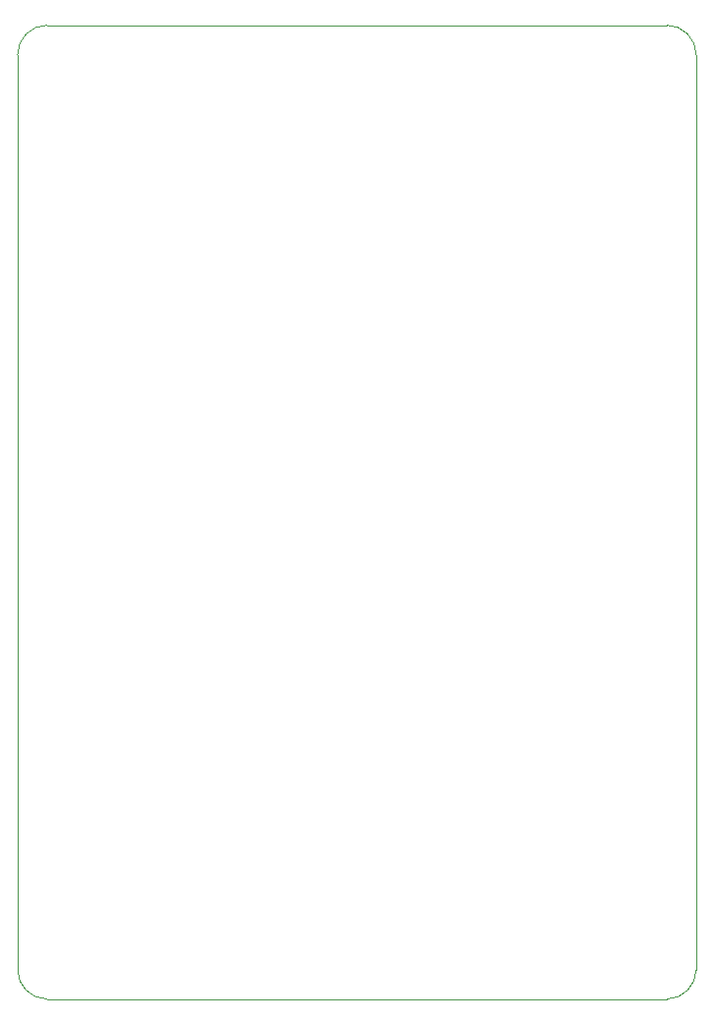
<source format=gbr>
%TF.GenerationSoftware,KiCad,Pcbnew,9.0.2-9.0.2-0~ubuntu24.04.1*%
%TF.CreationDate,2025-06-09T17:33:15+05:30*%
%TF.ProjectId,pronto,70726f6e-746f-42e6-9b69-6361645f7063,rev1*%
%TF.SameCoordinates,Original*%
%TF.FileFunction,Profile,NP*%
%FSLAX46Y46*%
G04 Gerber Fmt 4.6, Leading zero omitted, Abs format (unit mm)*
G04 Created by KiCad (PCBNEW 9.0.2-9.0.2-0~ubuntu24.04.1) date 2025-06-09 17:33:15*
%MOMM*%
%LPD*%
G01*
G04 APERTURE LIST*
%TA.AperFunction,Profile*%
%ADD10C,0.100000*%
%TD*%
G04 APERTURE END LIST*
D10*
X88900000Y-118110000D02*
X88900000Y-39370000D01*
X144780000Y-120650000D02*
X91440000Y-120650000D01*
X91440000Y-120650000D02*
G75*
G02*
X88900000Y-118110000I0J2540000D01*
G01*
X91440000Y-36830000D02*
X144780000Y-36830000D01*
X147320000Y-39370000D02*
X147320000Y-118110000D01*
X147320000Y-118110000D02*
G75*
G02*
X144780000Y-120650000I-2540000J0D01*
G01*
X88900000Y-39370000D02*
G75*
G02*
X91440000Y-36830000I2540000J0D01*
G01*
X144780000Y-36830000D02*
G75*
G02*
X147320000Y-39370000I0J-2540000D01*
G01*
M02*

</source>
